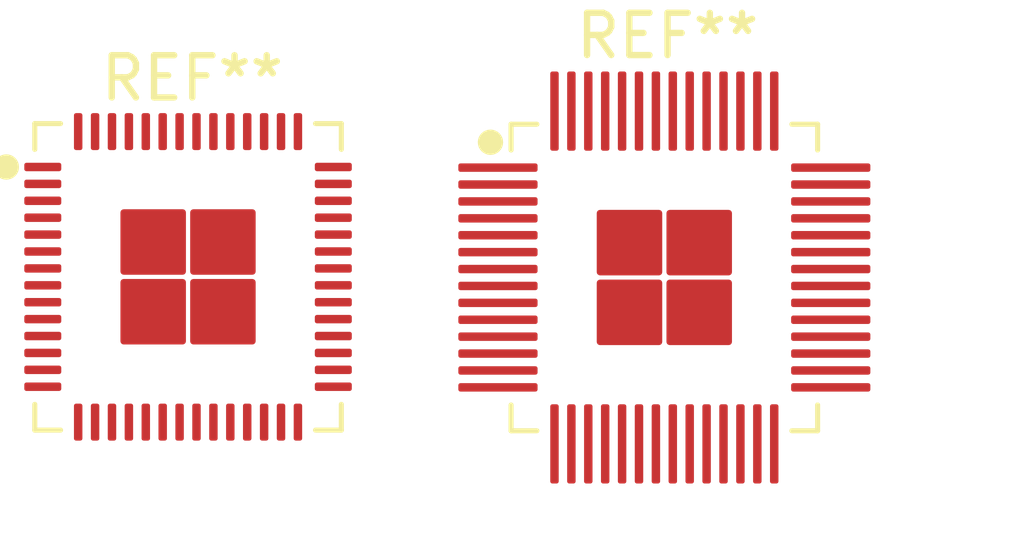
<source format=kicad_pcb>
(kicad_pcb (version 20211014) (generator pcbnew)
  (layers (0 "F.Cu" signal) (31 "B.Cu" signal) (34 "B.Paste" user) (35 "F.Paste" user) (36 "B.SilkS" user "B.Silkscreen") (37 "F.SilkS" user "F.Silkscreen") (38 "B.Mask" user) (39 "F.Mask" user) (44 "Edge.Cuts" user))
  (net 0 "")
  (footprint "footprints:RP2040" (layer "F.Cu") (at 98.679 64.135)
    (fp_text reference "REF**" (at 0.1 -4.7) (layer "F.SilkS"))
    (fp_text value "RP2040")
    (fp_line (start -3.627 -3.627) (end -3.627 -3.01684) (layer "F.SilkS") (width 0.12))
    (fp_line (start 3.627 3.627) (end 3.627 3.01684) (layer "F.SilkS") (width 0.12))
    (fp_line (start 3.627 -3.01684) (end 3.627 -3.627) (layer "F.SilkS") (width 0.12))
    (fp_line (start -3.627 3.01684) (end -3.627 3.627) (layer "F.SilkS") (width 0.12))
    (fp_line (start -3.627 3.627) (end -3.01684 3.627) (layer "F.SilkS") (width 0.12))
    (fp_line (start 3.01684 3.627) (end 3.627 3.627) (layer "F.SilkS") (width 0.12))
    (fp_line (start -3.01684 -3.627) (end -3.627 -3.627) (layer "F.SilkS") (width 0.12))
    (fp_line (start 3.627 -3.627) (end 3.01684 -3.627) (layer "F.SilkS") (width 0.12))
    (fp_circle (center -4.3 -2.6) (end -4.3 -2.6) (layer "F.SilkS") (width 0.3) (fill none))
    (pad "1" smd roundrect locked (at -3.4375 -2.6) (size 0.875 0.2) (layers "F.Cu" "F.Paste" "F.Mask"))
    (pad "2" smd roundrect locked (at -3.4375 -2.2) (size 0.875 0.2) (layers "F.Cu" "F.Paste" "F.Mask"))
    (pad "3" smd roundrect locked (at -3.4375 -1.8) (size 0.875 0.2) (layers "F.Cu" "F.Paste" "F.Mask"))
    (pad "4" smd roundrect locked (at -3.4375 -1.4) (size 0.875 0.2) (layers "F.Cu" "F.Paste" "F.Mask"))
    (pad "5" smd roundrect locked (at -3.4375 -1) (size 0.875 0.2) (layers "F.Cu" "F.Paste" "F.Mask"))
    (pad "6" smd roundrect locked (at -3.4375 -0.6) (size 0.875 0.2) (layers "F.Cu" "F.Paste" "F.Mask"))
    (pad "7" smd roundrect locked (at -3.4375 -0.2) (size 0.875 0.2) (layers "F.Cu" "F.Paste" "F.Mask"))
    (pad "8" smd roundrect locked (at -3.4375 0.2) (size 0.875 0.2) (layers "F.Cu" "F.Paste" "F.Mask"))
    (pad "9" smd roundrect locked (at -3.4375 0.6) (size 0.875 0.2) (layers "F.Cu" "F.Paste" "F.Mask"))
    (pad "10" smd roundrect locked (at -3.4375 1) (size 0.875 0.2) (layers "F.Cu" "F.Paste" "F.Mask"))
    (pad "11" smd roundrect locked (at -3.4375 1.4) (size 0.875 0.2) (layers "F.Cu" "F.Paste" "F.Mask"))
    (pad "12" smd roundrect locked (at -3.4375 1.8) (size 0.875 0.2) (layers "F.Cu" "F.Paste" "F.Mask"))
    (pad "13" smd roundrect locked (at -3.4375 2.2) (size 0.875 0.2) (layers "F.Cu" "F.Paste" "F.Mask"))
    (pad "14" smd roundrect locked (at -3.4375 2.6) (size 0.875 0.2) (layers "F.Cu" "F.Paste" "F.Mask"))
    (pad "15" smd roundrect locked (at -2.6 3.4375 90) (size 0.875 0.2) (layers "F.Cu" "F.Paste" "F.Mask"))
    (pad "16" smd roundrect locked (at -2.2 3.4375 90) (size 0.875 0.2) (layers "F.Cu" "F.Paste" "F.Mask"))
    (pad "17" smd roundrect locked (at -1.8 3.4375 90) (size 0.875 0.2) (layers "F.Cu" "F.Paste" "F.Mask"))
    (pad "18" smd roundrect locked (at -1.4 3.4375 90) (size 0.875 0.2) (layers "F.Cu" "F.Paste" "F.Mask"))
    (pad "19" smd roundrect locked (at -1 3.4375 90) (size 0.875 0.2) (layers "F.Cu" "F.Paste" "F.Mask"))
    (pad "20" smd roundrect locked (at -0.6 3.4375 90) (size 0.875 0.2) (layers "F.Cu" "F.Paste" "F.Mask"))
    (pad "21" smd roundrect locked (at -0.2 3.4375 90) (size 0.875 0.2) (layers "F.Cu" "F.Paste" "F.Mask"))
    (pad "22" smd roundrect locked (at 0.2 3.4375 90) (size 0.875 0.2) (layers "F.Cu" "F.Paste" "F.Mask"))
    (pad "23" smd roundrect locked (at 0.6 3.4375 90) (size 0.875 0.2) (layers "F.Cu" "F.Paste" "F.Mask"))
    (pad "24" smd roundrect locked (at 1 3.4375 90) (size 0.875 0.2) (layers "F.Cu" "F.Paste" "F.Mask"))
    (pad "25" smd roundrect locked (at 1.4 3.4375 90) (size 0.875 0.2) (layers "F.Cu" "F.Paste" "F.Mask"))
    (pad "26" smd roundrect locked (at 1.8 3.4375 90) (size 0.875 0.2) (layers "F.Cu" "F.Paste" "F.Mask"))
    (pad "27" smd roundrect locked (at 2.2 3.4375 90) (size 0.875 0.2) (layers "F.Cu" "F.Paste" "F.Mask"))
    (pad "28" smd roundrect locked (at 2.6 3.4375 90) (size 0.875 0.2) (layers "F.Cu" "F.Paste" "F.Mask"))
    (pad "29" smd roundrect locked (at 3.4375 2.6 180) (size 0.875 0.2) (layers "F.Cu" "F.Paste" "F.Mask"))
    (pad "30" smd roundrect locked (at 3.4375 2.2 180) (size 0.875 0.2) (layers "F.Cu" "F.Paste" "F.Mask"))
    (pad "31" smd roundrect locked (at 3.4375 1.8 180) (size 0.875 0.2) (layers "F.Cu" "F.Paste" "F.Mask"))
    (pad "32" smd roundrect locked (at 3.4375 1.4 180) (size 0.875 0.2) (layers "F.Cu" "F.Paste" "F.Mask"))
    (pad "33" smd roundrect locked (at 3.4375 1 180) (size 0.875 0.2) (layers "F.Cu" "F.Paste" "F.Mask"))
    (pad "34" smd roundrect locked (at 3.4375 0.6 180) (size 0.875 0.2) (layers "F.Cu" "F.Paste" "F.Mask"))
    (pad "35" smd roundrect locked (at 3.4375 0.2 180) (size 0.875 0.2) (layers "F.Cu" "F.Paste" "F.Mask"))
    (pad "36" smd roundrect locked (at 3.4375 -0.2 180) (size 0.875 0.2) (layers "F.Cu" "F.Paste" "F.Mask"))
    (pad "37" smd roundrect locked (at 3.4375 -0.6 180) (size 0.875 0.2) (layers "F.Cu" "F.Paste" "F.Mask"))
    (pad "38" smd roundrect locked (at 3.4375 -1 180) (size 0.875 0.2) (layers "F.Cu" "F.Paste" "F.Mask"))
    (pad "39" smd roundrect locked (at 3.4375 -1.4 180) (size 0.875 0.2) (layers "F.Cu" "F.Paste" "F.Mask"))
    (pad "40" smd roundrect locked (at 3.4375 -1.8 180) (size 0.875 0.2) (layers "F.Cu" "F.Paste" "F.Mask"))
    (pad "41" smd roundrect locked (at 3.4375 -2.2 180) (size 0.875 0.2) (layers "F.Cu" "F.Paste" "F.Mask"))
    (pad "42" smd roundrect locked (at 3.4375 -2.6 180) (size 0.875 0.2) (layers "F.Cu" "F.Paste" "F.Mask"))
    (pad "43" smd roundrect locked (at 2.6 -3.4375 270) (size 0.875 0.2) (layers "F.Cu" "F.Paste" "F.Mask"))
    (pad "44" smd roundrect locked (at 2.2 -3.4375 270) (size 0.875 0.2) (layers "F.Cu" "F.Paste" "F.Mask"))
    (pad "45" smd roundrect locked (at 1.8 -3.4375 270) (size 0.875 0.2) (layers "F.Cu" "F.Paste" "F.Mask"))
    (pad "46" smd roundrect locked (at 1.4 -3.4375 270) (size 0.875 0.2) (layers "F.Cu" "F.Paste" "F.Mask"))
    (pad "47" smd roundrect locked (at 1 -3.4375 270) (size 0.875 0.2) (layers "F.Cu" "F.Paste" "F.Mask"))
    (pad "48" smd roundrect locked (at 0.6 -3.4375 270) (size 0.875 0.2) (layers "F.Cu" "F.Paste" "F.Mask"))
    (pad "49" smd roundrect locked (at 0.2 -3.4375 270) (size 0.875 0.2) (layers "F.Cu" "F.Paste" "F.Mask"))
    (pad "50" smd roundrect locked (at -0.2 -3.4375 270) (size 0.875 0.2) (layers "F.Cu" "F.Paste" "F.Mask"))
    (pad "51" smd roundrect locked (at -0.6 -3.4375 270) (size 0.875 0.2) (layers "F.Cu" "F.Paste" "F.Mask"))
    (pad "52" smd roundrect locked (at -1 -3.4375 270) (size 0.875 0.2) (layers "F.Cu" "F.Paste" "F.Mask"))
    (pad "53" smd roundrect locked (at -1.4 -3.4375 270) (size 0.875 0.2) (layers "F.Cu" "F.Paste" "F.Mask"))
    (pad "54" smd roundrect locked (at -1.8 -3.4375 270) (size 0.875 0.2) (layers "F.Cu" "F.Paste" "F.Mask"))
    (pad "55" smd roundrect locked (at -2.2 -3.4375 270) (size 0.875 0.2) (layers "F.Cu" "F.Paste" "F.Mask"))
    (pad "56" smd roundrect locked (at -2.6 -3.4375 270) (size 0.875 0.2) (layers "F.Cu" "F.Paste" "F.Mask"))
    (pad "57" smd roundrect locked (at 0.825 0.825) (size 1.55 1.55) (layers "F.Cu" "F.Paste" "F.Mask") (roundrect_rratio 0.05))
    (pad "57" smd roundrect locked (at -0.825 0.825) (size 1.55 1.55) (layers "F.Cu" "F.Paste" "F.Mask") (roundrect_rratio 0.05))
    (pad "57" smd roundrect locked (at -0.825 -0.825) (size 1.55 1.55) (layers "F.Cu" "F.Paste" "F.Mask") (roundrect_rratio 0.05))
    (pad "57" smd roundrect locked (at 0.825 -0.825) (size 1.55 1.55) (layers "F.Cu" "F.Paste" "F.Mask") (roundrect_rratio 0.05))
  )
  (footprint "AA_PPSE_2021:RP2040-Hand-Solder" (layer "F.Cu") (at 109.95 64.15)
    (fp_text reference "REF**" (at 0.0762 -5.71834) (layer "F.SilkS"))
    (fp_text value "RP2040-Hand-Solder")
    (fp_line (start 3.627 -3.627) (end 3.01684 -3.627) (layer "F.SilkS") (width 0.12))
    (fp_line (start 3.627 3.627) (end 3.627 3.01684) (layer "F.SilkS") (width 0.12))
    (fp_line (start 3.627 -3.01684) (end 3.627 -3.627) (layer "F.SilkS") (width 0.12))
    (fp_line (start -3.627 3.01684) (end -3.627 3.627) (layer "F.SilkS") (width 0.12))
    (fp_line (start 3.01684 3.627) (end 3.627 3.627) (layer "F.SilkS") (width 0.12))
    (fp_line (start -3.627 -3.627) (end -3.627 -3.01684) (layer "F.SilkS") (width 0.12))
    (fp_line (start -3.627 3.627) (end -3.01684 3.627) (layer "F.SilkS") (width 0.12))
    (fp_line (start -3.01684 -3.627) (end -3.627 -3.627) (layer "F.SilkS") (width 0.12))
    (fp_circle (center -4.1148 -3.2004) (end -4.1148 -3.2004) (layer "F.SilkS") (width 0.3) (fill none))
    (pad "1" smd roundrect (at -3.9375 -2.6) (size 1.875 0.2) (layers "F.Cu" "F.Paste" "F.Mask"))
    (pad "2" smd roundrect (at -3.9375 -2.2) (size 1.875 0.2) (layers "F.Cu" "F.Paste" "F.Mask"))
    (pad "3" smd roundrect (at -3.9375 -1.8) (size 1.875 0.2) (layers "F.Cu" "F.Paste" "F.Mask"))
    (pad "4" smd roundrect (at -3.9375 -1.4) (size 1.875 0.2) (layers "F.Cu" "F.Paste" "F.Mask"))
    (pad "5" smd roundrect (at -3.9375 -1) (size 1.875 0.2) (layers "F.Cu" "F.Paste" "F.Mask"))
    (pad "6" smd roundrect (at -3.9375 -0.6) (size 1.875 0.2) (layers "F.Cu" "F.Paste" "F.Mask"))
    (pad "7" smd roundrect (at -3.9375 -0.2) (size 1.875 0.2) (layers "F.Cu" "F.Paste" "F.Mask"))
    (pad "8" smd roundrect (at -3.9375 0.2) (size 1.875 0.2) (layers "F.Cu" "F.Paste" "F.Mask"))
    (pad "9" smd roundrect (at -3.9375 0.6) (size 1.875 0.2) (layers "F.Cu" "F.Paste" "F.Mask"))
    (pad "10" smd roundrect (at -3.9375 1) (size 1.875 0.2) (layers "F.Cu" "F.Paste" "F.Mask"))
    (pad "11" smd roundrect (at -3.9375 1.4) (size 1.875 0.2) (layers "F.Cu" "F.Paste" "F.Mask"))
    (pad "12" smd roundrect (at -3.9375 1.8) (size 1.875 0.2) (layers "F.Cu" "F.Paste" "F.Mask"))
    (pad "13" smd roundrect (at -3.9375 2.2) (size 1.875 0.2) (layers "F.Cu" "F.Paste" "F.Mask"))
    (pad "14" smd roundrect (at -3.9375 2.6) (size 1.875 0.2) (layers "F.Cu" "F.Paste" "F.Mask"))
    (pad "15" smd roundrect (at -2.6 3.9375 90) (size 1.875 0.2) (layers "F.Cu" "F.Paste" "F.Mask"))
    (pad "16" smd roundrect (at -2.2 3.9375 90) (size 1.875 0.2) (layers "F.Cu" "F.Paste" "F.Mask"))
    (pad "17" smd roundrect (at -1.8 3.9375 90) (size 1.875 0.2) (layers "F.Cu" "F.Paste" "F.Mask"))
    (pad "18" smd roundrect (at -1.4 3.9375 90) (size 1.875 0.2) (layers "F.Cu" "F.Paste" "F.Mask"))
    (pad "19" smd roundrect (at -1 3.9375 90) (size 1.875 0.2) (layers "F.Cu" "F.Paste" "F.Mask"))
    (pad "20" smd roundrect (at -0.6 3.9375 90) (size 1.875 0.2) (layers "F.Cu" "F.Paste" "F.Mask"))
    (pad "21" smd roundrect (at -0.2 3.9375 90) (size 1.875 0.2) (layers "F.Cu" "F.Paste" "F.Mask"))
    (pad "22" smd roundrect (at 0.2 3.9375 90) (size 1.875 0.2) (layers "F.Cu" "F.Paste" "F.Mask"))
    (pad "23" smd roundrect (at 0.6 3.9375 90) (size 1.875 0.2) (layers "F.Cu" "F.Paste" "F.Mask"))
    (pad "24" smd roundrect (at 1 3.9375 90) (size 1.875 0.2) (layers "F.Cu" "F.Paste" "F.Mask"))
    (pad "25" smd roundrect (at 1.4 3.9375 90) (size 1.875 0.2) (layers "F.Cu" "F.Paste" "F.Mask"))
    (pad "26" smd roundrect (at 1.8 3.9375 90) (size 1.875 0.2) (layers "F.Cu" "F.Paste" "F.Mask"))
    (pad "27" smd roundrect (at 2.2 3.9375 90) (size 1.875 0.2) (layers "F.Cu" "F.Paste" "F.Mask"))
    (pad "28" smd roundrect (at 2.6 3.9375 90) (size 1.875 0.2) (layers "F.Cu" "F.Paste" "F.Mask"))
    (pad "29" smd roundrect (at 3.9375 2.6 180) (size 1.875 0.2) (layers "F.Cu" "F.Paste" "F.Mask"))
    (pad "30" smd roundrect (at 3.9375 2.2 180) (size 1.875 0.2) (layers "F.Cu" "F.Paste" "F.Mask"))
    (pad "31" smd roundrect (at 3.9375 1.8 180) (size 1.875 0.2) (layers "F.Cu" "F.Paste" "F.Mask"))
    (pad "32" smd roundrect (at 3.9375 1.4 180) (size 1.875 0.2) (layers "F.Cu" "F.Paste" "F.Mask"))
    (pad "33" smd roundrect (at 3.9375 1 180) (size 1.875 0.2) (layers "F.Cu" "F.Paste" "F.Mask"))
    (pad "34" smd roundrect (at 3.9375 0.6 180) (size 1.875 0.2) (layers "F.Cu" "F.Paste" "F.Mask"))
    (pad "35" smd roundrect (at 3.9375 0.2 180) (size 1.875 0.2) (layers "F.Cu" "F.Paste" "F.Mask"))
    (pad "36" smd roundrect (at 3.9375 -0.2 180) (size 1.875 0.2) (layers "F.Cu" "F.Paste" "F.Mask"))
    (pad "37" smd roundrect (at 3.9375 -0.6 180) (size 1.875 0.2) (layers "F.Cu" "F.Paste" "F.Mask"))
    (pad "38" smd roundrect (at 3.9375 -1 180) (size 1.875 0.2) (layers "F.Cu" "F.Paste" "F.Mask"))
    (pad "39" smd roundrect (at 3.9375 -1.4 180) (size 1.875 0.2) (layers "F.Cu" "F.Paste" "F.Mask"))
    (pad "40" smd roundrect (at 3.9375 -1.8 180) (size 1.875 0.2) (layers "F.Cu" "F.Paste" "F.Mask"))
    (pad "41" smd roundrect (at 3.9375 -2.2 180) (size 1.875 0.2) (layers "F.Cu" "F.Paste" "F.Mask"))
    (pad "42" smd roundrect (at 3.9375 -2.6 180) (size 1.875 0.2) (layers "F.Cu" "F.Paste" "F.Mask"))
    (pad "43" smd roundrect (at 2.6 -3.9375 270) (size 1.875 0.2) (layers "F.Cu" "F.Paste" "F.Mask"))
    (pad "44" smd roundrect (at 2.2 -3.9375 270) (size 1.875 0.2) (layers "F.Cu" "F.Paste" "F.Mask"))
    (pad "45" smd roundrect (at 1.8 -3.9375 270) (size 1.875 0.2) (layers "F.Cu" "F.Paste" "F.Mask"))
    (pad "46" smd roundrect (at 1.4 -3.9375 270) (size 1.875 0.2) (layers "F.Cu" "F.Paste" "F.Mask"))
    (pad "47" smd roundrect (at 1 -3.9375 270) (size 1.875 0.2) (layers "F.Cu" "F.Paste" "F.Mask"))
    (pad "48" smd roundrect (at 0.6 -3.9375 270) (size 1.875 0.2) (layers "F.Cu" "F.Paste" "F.Mask"))
    (pad "49" smd roundrect (at 0.2 -3.9375 270) (size 1.875 0.2) (layers "F.Cu" "F.Paste" "F.Mask"))
    (pad "50" smd roundrect (at -0.2 -3.9375 270) (size 1.875 0.2) (layers "F.Cu" "F.Paste" "F.Mask"))
    (pad "51" smd roundrect (at -0.6 -3.9375 270) (size 1.875 0.2) (layers "F.Cu" "F.Paste" "F.Mask"))
    (pad "52" smd roundrect (at -1 -3.9375 270) (size 1.875 0.2) (layers "F.Cu" "F.Paste" "F.Mask"))
    (pad "53" smd roundrect (at -1.4 -3.9375 270) (size 1.875 0.2) (layers "F.Cu" "F.Paste" "F.Mask"))
    (pad "54" smd roundrect (at -1.8 -3.9375 270) (size 1.875 0.2) (layers "F.Cu" "F.Paste" "F.Mask"))
    (pad "55" smd roundrect (at -2.2 -3.9375 270) (size 1.875 0.2) (layers "F.Cu" "F.Paste" "F.Mask"))
    (pad "56" smd roundrect (at -2.6 -3.9375 270) (size 1.875 0.2) (layers "F.Cu" "F.Paste" "F.Mask"))
    (pad "57" smd roundrect (at 0.825 -0.825) (size 1.55 1.55) (layers "F.Cu" "F.Paste" "F.Mask") (roundrect_rratio 0.05))
    (pad "57" smd roundrect (at -0.825 0.825) (size 1.55 1.55) (layers "F.Cu" "F.Paste" "F.Mask") (roundrect_rratio 0.05))
    (pad "57" smd roundrect (at 0.825 0.825) (size 1.55 1.55) (layers "F.Cu" "F.Paste" "F.Mask") (roundrect_rratio 0.05))
    (pad "57" smd roundrect (at -0.825 -0.825) (size 1.55 1.55) (layers "F.Cu" "F.Paste" "F.Mask") (roundrect_rratio 0.05))
  )
)
</source>
